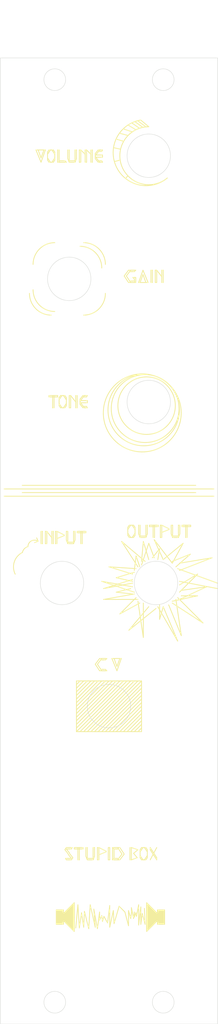
<source format=kicad_pcb>
(kicad_pcb (version 20171130) (host pcbnew "(5.1.9)-1")

  (general
    (thickness 1.6)
    (drawings 531)
    (tracks 0)
    (zones 0)
    (modules 0)
    (nets 1)
  )

  (page A4)
  (layers
    (0 F.Cu signal)
    (31 B.Cu signal)
    (32 B.Adhes user)
    (33 F.Adhes user)
    (34 B.Paste user)
    (35 F.Paste user)
    (36 B.SilkS user)
    (37 F.SilkS user)
    (38 B.Mask user)
    (39 F.Mask user)
    (40 Dwgs.User user)
    (41 Cmts.User user)
    (42 Eco1.User user)
    (43 Eco2.User user)
    (44 Edge.Cuts user)
    (45 Margin user)
    (46 B.CrtYd user)
    (47 F.CrtYd user)
    (48 B.Fab user)
    (49 F.Fab user)
  )

  (setup
    (last_trace_width 0.3)
    (user_trace_width 0.3)
    (user_trace_width 0.6)
    (trace_clearance 0.2)
    (zone_clearance 0.508)
    (zone_45_only no)
    (trace_min 0.2)
    (via_size 0.8)
    (via_drill 0.4)
    (via_min_size 0.4)
    (via_min_drill 0.3)
    (uvia_size 0.3)
    (uvia_drill 0.1)
    (uvias_allowed no)
    (uvia_min_size 0.2)
    (uvia_min_drill 0.1)
    (edge_width 0.05)
    (segment_width 0.2)
    (pcb_text_width 0.3)
    (pcb_text_size 1.5 1.5)
    (mod_edge_width 0.12)
    (mod_text_size 1 1)
    (mod_text_width 0.15)
    (pad_size 1.524 1.524)
    (pad_drill 0.762)
    (pad_to_mask_clearance 0)
    (aux_axis_origin 0 0)
    (visible_elements 7FFFFFFF)
    (pcbplotparams
      (layerselection 0x010fc_ffffffff)
      (usegerberextensions false)
      (usegerberattributes true)
      (usegerberadvancedattributes true)
      (creategerberjobfile true)
      (excludeedgelayer true)
      (linewidth 0.100000)
      (plotframeref false)
      (viasonmask false)
      (mode 1)
      (useauxorigin false)
      (hpglpennumber 1)
      (hpglpenspeed 20)
      (hpglpendiameter 15.000000)
      (psnegative false)
      (psa4output false)
      (plotreference true)
      (plotvalue true)
      (plotinvisibletext false)
      (padsonsilk false)
      (subtractmaskfromsilk false)
      (outputformat 1)
      (mirror false)
      (drillshape 1)
      (scaleselection 1)
      (outputdirectory ""))
  )

  (net 0 "")

  (net_class Default "This is the default net class."
    (clearance 0.2)
    (trace_width 0.3)
    (via_dia 0.8)
    (via_drill 0.4)
    (uvia_dia 0.3)
    (uvia_drill 0.1)
  )

  (net_class Power ""
    (clearance 0.2)
    (trace_width 0.6)
    (via_dia 0.8)
    (via_drill 0.4)
    (uvia_dia 0.3)
    (uvia_drill 0.1)
  )

  (gr_arc (start 73.5 53.5) (end 76.5 53.5) (angle -90) (layer F.SilkS) (width 0.12) (tstamp 612012AA))
  (gr_arc (start 69.5 53.5) (end 69.5 50.5) (angle -90) (layer F.SilkS) (width 0.12) (tstamp 612012AA))
  (gr_arc (start 73.5 57.5) (end 73.5 60.5) (angle -90) (layer F.SilkS) (width 0.12) (tstamp 612012AA))
  (gr_arc (start 69 57.5) (end 66 57.5) (angle -90) (layer F.SilkS) (width 0.12) (tstamp 612012AA))
  (gr_arc (start 73 54) (end 76 54) (angle -90) (layer F.SilkS) (width 0.12) (tstamp 612012AA))
  (gr_arc (start 69.5 57) (end 66.5 57) (angle -90) (layer F.SilkS) (width 0.12))
  (gr_line (start 65 84) (end 89 84) (layer F.SilkS) (width 0.12))
  (gr_line (start 62.5 84.5) (end 91.5 84.5) (layer F.SilkS) (width 0.12))
  (gr_line (start 65 85) (end 89 85) (layer F.SilkS) (width 0.12))
  (gr_line (start 62.5 85.5) (end 91.5 85.5) (layer F.SilkS) (width 0.12))
  (gr_line (start 82 42.5) (end 82 42.6) (layer F.SilkS) (width 0.12))
  (gr_line (start 79.6 41.3) (end 79.3 41.6) (layer F.SilkS) (width 0.12))
  (gr_line (start 78.5 39.1) (end 77.8 39.3) (layer F.SilkS) (width 0.12))
  (gr_line (start 78.6 37.6) (end 77.7 37.4) (layer F.SilkS) (width 0.12))
  (gr_line (start 79 36.5) (end 78 36.2) (layer F.SilkS) (width 0.12))
  (gr_line (start 79.6 35.7) (end 78.5 35.4) (layer F.SilkS) (width 0.12))
  (gr_line (start 80.2 35.2) (end 79 34.8) (layer F.SilkS) (width 0.12))
  (gr_line (start 80.7 34.9) (end 79.7 34.3) (layer F.SilkS) (width 0.12))
  (gr_line (start 81.2 34.7) (end 80.2 34) (layer F.SilkS) (width 0.12))
  (gr_line (start 81.7 34.6) (end 80.6 33.8) (layer F.SilkS) (width 0.12))
  (gr_line (start 82.1 34.5) (end 81 33.7) (layer F.SilkS) (width 0.12))
  (gr_line (start 82.5 34.5) (end 81.386612 33.571173) (layer F.SilkS) (width 0.12) (tstamp 6120120D))
  (gr_arc (start 82.136612 38.071173) (end 81.386612 33.571173) (angle -210.4014533) (layer F.SilkS) (width 0.12) (tstamp 612011FE))
  (gr_arc (start 82.5 38.5) (end 82.5 34.5) (angle -219.8055711) (layer F.SilkS) (width 0.12))
  (gr_circle (center 81.6 74) (end 83.6 79) (layer F.SilkS) (width 0.12))
  (gr_circle (center 81.8 73.6) (end 83.6 78.2) (layer F.SilkS) (width 0.12))
  (gr_circle (center 82 73.4) (end 85 77) (layer F.SilkS) (width 0.12))
  (gr_circle (center 82.2 73) (end 84.8 76) (layer F.SilkS) (width 0.12))
  (gr_arc (start 66.028108 95.262777) (end 65.028109 93.262778) (angle -90) (layer F.SilkS) (width 0.12))
  (gr_line (start 67.190253 91.714932) (end 66.725321 91.905185) (layer F.SilkS) (width 0.12) (tstamp 61200F23))
  (gr_line (start 67.190253 91.714932) (end 67 91.25) (layer F.SilkS) (width 0.12))
  (gr_arc (start 66.690254 92.464931) (end 67.190253 91.714932) (angle -123.6900675) (layer F.SilkS) (width 0.12))
  (gr_arc (start 66.038867 93.46493) (end 65.788868 92.464931) (angle -64.65382406) (layer F.SilkS) (width 0.12))
  (gr_line (start 87.25 92) (end 85.75 94.75) (layer F.SilkS) (width 0.12) (tstamp 61200F12))
  (gr_line (start 84.5 94.25) (end 87.25 92) (layer F.SilkS) (width 0.12))
  (gr_line (start 82.5 92) (end 81.5 95) (layer F.SilkS) (width 0.12))
  (gr_line (start 83.25 94) (end 82.5 92) (layer F.SilkS) (width 0.12))
  (gr_line (start 83.25 91.5) (end 84.5 94.25) (layer F.SilkS) (width 0.12))
  (gr_line (start 85.75 94.75) (end 83.25 91.5) (layer F.SilkS) (width 0.12))
  (gr_line (start 84 92.75) (end 83.75 94.25) (layer F.SilkS) (width 0.12))
  (gr_line (start 83 94) (end 84 92.75) (layer F.SilkS) (width 0.12))
  (gr_line (start 81.75 91.75) (end 82.5 94.25) (layer F.SilkS) (width 0.12))
  (gr_line (start 81.5 94.5) (end 81.75 91.75) (layer F.SilkS) (width 0.12))
  (gr_line (start 78.75 91.75) (end 81 95.25) (layer F.SilkS) (width 0.12))
  (gr_line (start 82 94.5) (end 78.75 91.75) (layer F.SilkS) (width 0.12))
  (gr_line (start 80.75 93.75) (end 80.5 95.75) (layer F.SilkS) (width 0.12))
  (gr_line (start 81.25 95.25) (end 80.75 93.75) (layer F.SilkS) (width 0.12))
  (gr_line (start 78 96.75) (end 80.25 97.25) (layer F.SilkS) (width 0.12))
  (gr_line (start 80.5 96) (end 78 96.75) (layer F.SilkS) (width 0.12))
  (gr_line (start 76.25 98.25) (end 80.25 97.5) (layer F.SilkS) (width 0.12))
  (gr_line (start 80.25 97) (end 76.25 98.25) (layer F.SilkS) (width 0.12))
  (gr_line (start 77 95.25) (end 80.25 96.25) (layer F.SilkS) (width 0.12))
  (gr_line (start 80.75 95.5) (end 77 95.25) (layer F.SilkS) (width 0.12))
  (gr_line (start 88.25 93.5) (end 85.75 94.5) (layer F.SilkS) (width 0.12))
  (gr_line (start 86.25 95.25) (end 88.25 93.5) (layer F.SilkS) (width 0.12))
  (gr_line (start 92 98.25) (end 86.75 97.25) (layer F.SilkS) (width 0.12))
  (gr_line (start 86.5 95.5) (end 92 97.5) (layer F.SilkS) (width 0.12))
  (gr_line (start 91.25 94) (end 86.75 95.75) (layer F.SilkS) (width 0.12))
  (gr_line (start 86.75 94.75) (end 91.25 94) (layer F.SilkS) (width 0.12))
  (gr_line (start 78 98.75) (end 80.25 99) (layer F.SilkS) (width 0.12))
  (gr_line (start 80 98.25) (end 78 98.75) (layer F.SilkS) (width 0.12))
  (gr_line (start 76 97.25) (end 80.25 98) (layer F.SilkS) (width 0.12))
  (gr_line (start 80.5 98.75) (end 76 97.25) (layer F.SilkS) (width 0.12))
  (gr_line (start 89.25 96.25) (end 86.75 97.75) (layer F.SilkS) (width 0.12))
  (gr_line (start 86.75 98.75) (end 89.25 96.25) (layer F.SilkS) (width 0.12))
  (gr_line (start 76.25 99.75) (end 80.5 99) (layer F.SilkS) (width 0.12))
  (gr_line (start 81 99.75) (end 76.25 99.75) (layer F.SilkS) (width 0.12))
  (gr_line (start 78.5 101.75) (end 80.75 99.5) (layer F.SilkS) (width 0.12))
  (gr_line (start 81.25 100.25) (end 78.5 101.75) (layer F.SilkS) (width 0.12))
  (gr_line (start 89.25 99.25) (end 85.75 100) (layer F.SilkS) (width 0.12))
  (gr_line (start 87 99.25) (end 89.25 99.25) (layer F.SilkS) (width 0.12))
  (gr_line (start 90.5 98) (end 86.75 99.75) (layer F.SilkS) (width 0.12))
  (gr_line (start 87 98.5) (end 90.5 98) (layer F.SilkS) (width 0.12))
  (gr_line (start 87 104.75) (end 85.25 100.5) (layer F.SilkS) (width 0.12))
  (gr_line (start 86.25 99.75) (end 87 104.75) (layer F.SilkS) (width 0.12))
  (gr_line (start 90 103) (end 86.5 99.5) (layer F.SilkS) (width 0.12))
  (gr_line (start 85.75 100.25) (end 90 103) (layer F.SilkS) (width 0.12))
  (gr_line (start 81.75 105) (end 81.75 100.25) (layer F.SilkS) (width 0.12))
  (gr_line (start 81 100) (end 81.75 105) (layer F.SilkS) (width 0.12))
  (gr_line (start 79.75 104) (end 82.5 100.75) (layer F.SilkS) (width 0.12))
  (gr_line (start 83.5 101) (end 79.75 104) (layer F.SilkS) (width 0.12))
  (gr_line (start 84 102.5) (end 84 100.5) (layer F.SilkS) (width 0.12))
  (gr_line (start 84.5 100.75) (end 84 102.5) (layer F.SilkS) (width 0.12))
  (gr_line (start 86.5 105.5) (end 84.5 100.75) (layer F.SilkS) (width 0.12))
  (gr_line (start 83.75 100.75) (end 86.5 105.5) (layer F.SilkS) (width 0.12))
  (gr_line (start 74 135.5) (end 74.8 135.5) (layer F.SilkS) (width 0.12) (tstamp 61200D4E))
  (gr_line (start 71.3 91.85) (end 72.1 91.85) (layer F.SilkS) (width 0.12))
  (gr_line (start 78.8 134.9) (end 78.2 134) (layer F.SilkS) (width 0.12) (tstamp 61200E3A))
  (gr_line (start 78.2 135.7) (end 78.8 134.9) (layer F.SilkS) (width 0.12) (tstamp 61200E39))
  (gr_line (start 83.6 134) (end 82.7 135.7) (layer F.SilkS) (width 0.12))
  (gr_line (start 82.7 134) (end 83.6 135.4) (layer F.SilkS) (width 0.12) (tstamp 61200E9D))
  (gr_line (start 83.6 135.7) (end 83.6 135.4) (layer F.SilkS) (width 0.12))
  (gr_line (start 82.7 134.3) (end 83.6 135.7) (layer F.SilkS) (width 0.12))
  (gr_line (start 82.7 134) (end 82.7 134.3) (layer F.SilkS) (width 0.12))
  (gr_line (start 81 134.3) (end 80.1 134) (layer F.SilkS) (width 0.12) (tstamp 61200E99))
  (gr_line (start 80.4 134.8) (end 81 134.3) (layer F.SilkS) (width 0.12))
  (gr_line (start 80.9 135.4) (end 80.4 134.8) (layer F.SilkS) (width 0.12))
  (gr_line (start 80.1 135.7) (end 80.9 135.4) (layer F.SilkS) (width 0.12))
  (gr_line (start 80.1 134) (end 80.1 135.7) (layer F.SilkS) (width 0.12) (tstamp 61200E94))
  (gr_line (start 79.9 135.7) (end 79.9 134) (layer F.SilkS) (width 0.12) (tstamp 61200E93))
  (gr_line (start 79.9 134) (end 80.1 134) (layer F.SilkS) (width 0.12) (tstamp 61200E92))
  (gr_line (start 79.9 135.7) (end 80.1 135.7) (layer F.SilkS) (width 0.12) (tstamp 61200E91))
  (gr_line (start 81.5 135.7) (end 81.3 135.4) (layer F.SilkS) (width 0.12) (tstamp 61200E83))
  (gr_line (start 82.3 135.4) (end 82.3 134.3) (layer F.SilkS) (width 0.12) (tstamp 61200E82))
  (gr_line (start 82.1 135.7) (end 81.5 135.7) (layer F.SilkS) (width 0.12) (tstamp 61200E81))
  (gr_line (start 82.1 134) (end 82.3 134.3) (layer F.SilkS) (width 0.12) (tstamp 61200E80))
  (gr_line (start 81.5 134) (end 82.1 134) (layer F.SilkS) (width 0.12) (tstamp 61200E7F))
  (gr_line (start 81.9 134) (end 82.3 134.6) (layer F.SilkS) (width 0.12) (tstamp 61200E7E))
  (gr_line (start 82.3 135.1) (end 81.9 135.7) (layer F.SilkS) (width 0.12) (tstamp 61200E7D))
  (gr_line (start 81.3 134.6) (end 81.7 134) (layer F.SilkS) (width 0.12) (tstamp 61200E7C))
  (gr_line (start 81.3 134.3) (end 81.3 135.4) (layer F.SilkS) (width 0.12) (tstamp 61200E7B))
  (gr_line (start 81.3 134.3) (end 81.5 134) (layer F.SilkS) (width 0.12) (tstamp 61200E7A))
  (gr_line (start 82.3 135.4) (end 82.1 135.7) (layer F.SilkS) (width 0.12) (tstamp 61200E79))
  (gr_line (start 81.3 135.1) (end 81.7 135.7) (layer F.SilkS) (width 0.12) (tstamp 61200E78))
  (gr_line (start 77.7 134.2) (end 77.7 135.5) (layer F.SilkS) (width 0.12) (tstamp 61200E5E))
  (gr_line (start 77.5 134) (end 77.5 135.7) (layer F.SilkS) (width 0.12) (tstamp 61200E5D))
  (gr_line (start 78.3 134.2) (end 77.7 134.2) (layer F.SilkS) (width 0.12) (tstamp 61200E3E))
  (gr_line (start 77.7 134.2) (end 77.5 134) (layer F.SilkS) (width 0.12) (tstamp 61200E3D))
  (gr_line (start 78.3 135.5) (end 77.7 135.5) (layer F.SilkS) (width 0.12) (tstamp 61200E3C))
  (gr_line (start 77.7 135.5) (end 77.5 135.7) (layer F.SilkS) (width 0.12) (tstamp 61200E3B))
  (gr_line (start 77.5 135.7) (end 78.5 135.7) (layer F.SilkS) (width 0.12) (tstamp 61200E38))
  (gr_line (start 78.5 135.7) (end 79.1 134.9) (layer F.SilkS) (width 0.12) (tstamp 61200E37))
  (gr_line (start 78.5 134) (end 77.5 134) (layer F.SilkS) (width 0.12) (tstamp 61200E36))
  (gr_line (start 79.1 134.9) (end 78.5 134) (layer F.SilkS) (width 0.12) (tstamp 61200E35))
  (gr_line (start 71.1 134) (end 70.9 134.3) (layer F.SilkS) (width 0.12) (tstamp 61200E34))
  (gr_line (start 72 135.4) (end 71.8 135.7) (layer F.SilkS) (width 0.12) (tstamp 61200E33))
  (gr_line (start 71.4 135) (end 71.3 134.8) (layer F.SilkS) (width 0.12) (tstamp 61200E32))
  (gr_line (start 71.6 134.9) (end 71.5 134.7) (layer F.SilkS) (width 0.12) (tstamp 61200E31))
  (gr_line (start 72 135.4) (end 71.6 134.9) (layer F.SilkS) (width 0.12))
  (gr_line (start 70.9 134.3) (end 71.3 134.8) (layer F.SilkS) (width 0.12))
  (gr_line (start 71.1 134.2) (end 71.5 134.7) (layer F.SilkS) (width 0.12))
  (gr_line (start 71.8 135.5) (end 71.4 135) (layer F.SilkS) (width 0.12))
  (gr_line (start 71.8 135.7) (end 71.1 135.7) (layer F.SilkS) (width 0.12) (tstamp 61200DFB))
  (gr_line (start 71.8 135.5) (end 71 135.5) (layer F.SilkS) (width 0.12) (tstamp 61200DFA))
  (gr_line (start 71 135.5) (end 71.1 135.7) (layer F.SilkS) (width 0.12) (tstamp 61200DF9))
  (gr_line (start 71.8 134.2) (end 71.1 134.2) (layer F.SilkS) (width 0.12))
  (gr_line (start 71.9 134) (end 71.8 134.2) (layer F.SilkS) (width 0.12))
  (gr_line (start 71.9 134) (end 71.1 134) (layer F.SilkS) (width 0.12))
  (gr_line (start 77.1 134) (end 77.1 135.7) (layer F.SilkS) (width 0.12) (tstamp 61200D69))
  (gr_line (start 76.9 135.7) (end 76.9 134) (layer F.SilkS) (width 0.12) (tstamp 61200D68))
  (gr_line (start 76.9 134) (end 77.1 134) (layer F.SilkS) (width 0.12) (tstamp 61200D67))
  (gr_line (start 75.6 134) (end 76.6 134.5) (layer F.SilkS) (width 0.12) (tstamp 61200D65))
  (gr_line (start 75.6 134) (end 75.6 135.7) (layer F.SilkS) (width 0.12) (tstamp 61200D64))
  (gr_line (start 75.4 135.7) (end 75.6 135.7) (layer F.SilkS) (width 0.12) (tstamp 61200D63))
  (gr_line (start 75.4 134) (end 75.6 134) (layer F.SilkS) (width 0.12) (tstamp 61200D60))
  (gr_line (start 76.6 134.5) (end 76.6 134.6) (layer F.SilkS) (width 0.12) (tstamp 61200D5F))
  (gr_line (start 75.4 135.7) (end 75.4 134) (layer F.SilkS) (width 0.12) (tstamp 61200D5E))
  (gr_line (start 76.6 134.6) (end 75.6 135) (layer F.SilkS) (width 0.12) (tstamp 61200D5D))
  (gr_line (start 76.9 135.7) (end 77.1 135.7) (layer F.SilkS) (width 0.12) (tstamp 61200D59))
  (gr_line (start 72.9 134.2) (end 73.4 134.2) (layer F.SilkS) (width 0.12) (tstamp 61200D53))
  (gr_line (start 73.4 134.2) (end 73.4 134) (layer F.SilkS) (width 0.12) (tstamp 61200D52))
  (gr_line (start 73.4 134) (end 72.9 134) (layer F.SilkS) (width 0.12) (tstamp 61200D51))
  (gr_line (start 74 134) (end 74 135.7) (layer F.SilkS) (width 0.12) (tstamp 61200D50))
  (gr_line (start 72.7 134) (end 72.9 134) (layer F.SilkS) (width 0.12) (tstamp 61200D4F))
  (gr_line (start 74 135.7) (end 74.8 135.7) (layer F.SilkS) (width 0.12) (tstamp 61200D4D))
  (gr_line (start 73.8 135.2) (end 73.8 134) (layer F.SilkS) (width 0.12) (tstamp 61200D4C))
  (gr_line (start 73.8 135.2) (end 74 135.7) (layer F.SilkS) (width 0.12) (tstamp 61200D4B))
  (gr_line (start 72.7 135.7) (end 72.7 134) (layer F.SilkS) (width 0.12) (tstamp 61200D49))
  (gr_line (start 75 135.2) (end 74.8 135.7) (layer F.SilkS) (width 0.12) (tstamp 61200D48))
  (gr_line (start 72.7 134.2) (end 72.9 134.2) (layer F.SilkS) (width 0.12) (tstamp 61200D47))
  (gr_line (start 72.7 134) (end 72.2 134) (layer F.SilkS) (width 0.12) (tstamp 61200D46))
  (gr_line (start 72.9 134) (end 72.9 135.7) (layer F.SilkS) (width 0.12) (tstamp 61200D45))
  (gr_line (start 74.8 134) (end 75 134) (layer F.SilkS) (width 0.12) (tstamp 61200D44))
  (gr_line (start 74.8 135.7) (end 74.8 134) (layer F.SilkS) (width 0.12) (tstamp 61200D43))
  (gr_line (start 72.2 134.2) (end 72.7 134.2) (layer F.SilkS) (width 0.12) (tstamp 61200D42))
  (gr_line (start 72.2 134) (end 72.2 134.2) (layer F.SilkS) (width 0.12) (tstamp 61200D41))
  (gr_line (start 72.7 135.7) (end 72.9 135.7) (layer F.SilkS) (width 0.12) (tstamp 61200D40))
  (gr_line (start 75 134) (end 75 135.2) (layer F.SilkS) (width 0.12) (tstamp 61200D3F))
  (gr_line (start 73.8 134) (end 74 134) (layer F.SilkS) (width 0.12) (tstamp 61200D3E))
  (gr_line (start 81.5 117.5) (end 81 118) (layer F.SilkS) (width 0.12))
  (gr_line (start 81.5 117) (end 80.5 118) (layer F.SilkS) (width 0.12))
  (gr_line (start 81.5 116.5) (end 80 118) (layer F.SilkS) (width 0.12))
  (gr_line (start 81.5 116) (end 79.5 118) (layer F.SilkS) (width 0.12))
  (gr_line (start 79 118) (end 81.5 115.5) (layer F.SilkS) (width 0.12))
  (gr_line (start 81.5 115) (end 78.5 118) (layer F.SilkS) (width 0.12))
  (gr_line (start 78 118) (end 81.5 114.5) (layer F.SilkS) (width 0.12))
  (gr_line (start 81.5 114) (end 77.5 118) (layer F.SilkS) (width 0.12))
  (gr_line (start 77 118) (end 81.5 113.5) (layer F.SilkS) (width 0.12))
  (gr_line (start 81.5 113) (end 76.5 118) (layer F.SilkS) (width 0.12))
  (gr_line (start 76 118) (end 81.5 112.5) (layer F.SilkS) (width 0.12))
  (gr_line (start 81.5 112) (end 75.5 118) (layer F.SilkS) (width 0.12))
  (gr_line (start 75 118) (end 81.5 111.5) (layer F.SilkS) (width 0.12))
  (gr_line (start 81.5 111) (end 74.5 118) (layer F.SilkS) (width 0.12))
  (gr_line (start 74 118) (end 81 111) (layer F.SilkS) (width 0.12))
  (gr_line (start 80.5 111) (end 73.5 118) (layer F.SilkS) (width 0.12))
  (gr_line (start 73 118) (end 80 111) (layer F.SilkS) (width 0.12))
  (gr_line (start 72.5 118) (end 73 118) (layer F.SilkS) (width 0.12))
  (gr_line (start 79.5 111) (end 72.5 118) (layer F.SilkS) (width 0.12) (tstamp 61200CAD))
  (gr_line (start 73 111) (end 72.5 111.5) (layer F.SilkS) (width 0.12))
  (gr_line (start 72.5 117.5) (end 79 111) (layer F.SilkS) (width 0.12))
  (gr_line (start 78.5 111) (end 72.5 117) (layer F.SilkS) (width 0.12))
  (gr_line (start 78 111) (end 72.5 116.5) (layer F.SilkS) (width 0.12))
  (gr_line (start 77.5 111) (end 72.5 116) (layer F.SilkS) (width 0.12))
  (gr_line (start 77 111) (end 72.5 115.5) (layer F.SilkS) (width 0.12))
  (gr_line (start 76.5 111) (end 72.5 115) (layer F.SilkS) (width 0.12))
  (gr_line (start 76 111) (end 72.5 114.5) (layer F.SilkS) (width 0.12))
  (gr_line (start 75.5 111) (end 72.5 114) (layer F.SilkS) (width 0.12))
  (gr_line (start 75 111) (end 72.5 113.5) (layer F.SilkS) (width 0.12))
  (gr_line (start 74.5 111) (end 72.5 113) (layer F.SilkS) (width 0.12))
  (gr_line (start 72.5 112.5) (end 74 111) (layer F.SilkS) (width 0.12))
  (gr_line (start 73.5 111) (end 72.5 112) (layer F.SilkS) (width 0.12))
  (gr_line (start 72.5 118) (end 72.5 111) (layer F.SilkS) (width 0.12) (tstamp 61200CAC))
  (gr_line (start 81.5 118) (end 72.5 118) (layer F.SilkS) (width 0.12))
  (gr_line (start 81.5 111) (end 81.5 118) (layer F.SilkS) (width 0.12))
  (gr_line (start 72.5 111) (end 81.5 111) (layer F.SilkS) (width 0.12))
  (gr_line (start 73.9 37.7) (end 74.5 38.3) (layer F.SilkS) (width 0.12))
  (gr_line (start 73.1 37.7) (end 73.7 38.3) (layer F.SilkS) (width 0.12))
  (gr_line (start 74.7 37.7) (end 74.7 39.4) (layer F.SilkS) (width 0.12) (tstamp 61200935))
  (gr_line (start 74.5 39.4) (end 74.5 37.7) (layer F.SilkS) (width 0.12) (tstamp 61200934))
  (gr_line (start 74.5 37.7) (end 74.7 37.7) (layer F.SilkS) (width 0.12) (tstamp 61200933))
  (gr_line (start 74.5 39.4) (end 74.7 39.4) (layer F.SilkS) (width 0.12) (tstamp 61200932))
  (gr_line (start 73.9 37.7) (end 73.9 39.4) (layer F.SilkS) (width 0.12) (tstamp 61200935))
  (gr_line (start 73.7 39.4) (end 73.7 37.7) (layer F.SilkS) (width 0.12) (tstamp 61200934))
  (gr_line (start 73.7 37.7) (end 73.9 37.7) (layer F.SilkS) (width 0.12) (tstamp 61200933))
  (gr_line (start 73.7 39.4) (end 73.9 39.4) (layer F.SilkS) (width 0.12) (tstamp 61200932))
  (gr_line (start 73.1 37.7) (end 73.1 39.4) (layer F.SilkS) (width 0.12) (tstamp 61200935))
  (gr_line (start 72.9 39.4) (end 72.9 37.7) (layer F.SilkS) (width 0.12) (tstamp 61200934))
  (gr_line (start 72.9 37.7) (end 73.1 37.7) (layer F.SilkS) (width 0.12) (tstamp 61200933))
  (gr_line (start 72.9 39.4) (end 73.1 39.4) (layer F.SilkS) (width 0.12) (tstamp 61200932))
  (gr_line (start 70.9 39.2) (end 70.1 39.2) (layer F.SilkS) (width 0.12))
  (gr_line (start 71.1 39.4) (end 70.9 39.2) (layer F.SilkS) (width 0.12))
  (gr_line (start 70.1 39.4) (end 71.1 39.4) (layer F.SilkS) (width 0.12))
  (gr_line (start 70.1 37.7) (end 70.1 39.4) (layer F.SilkS) (width 0.12) (tstamp 61200935))
  (gr_line (start 69.9 39.4) (end 69.9 37.7) (layer F.SilkS) (width 0.12) (tstamp 61200934))
  (gr_line (start 69.9 37.7) (end 70.1 37.7) (layer F.SilkS) (width 0.12) (tstamp 61200933))
  (gr_line (start 69.9 39.4) (end 70.1 39.4) (layer F.SilkS) (width 0.12) (tstamp 61200932))
  (gr_line (start 71.5 37.7) (end 71.5 39.4) (layer F.SilkS) (width 0.12) (tstamp 61200915))
  (gr_line (start 71.5 39.2) (end 72.3 39.2) (layer F.SilkS) (width 0.12) (tstamp 61200914))
  (gr_line (start 71.5 39.4) (end 72.3 39.4) (layer F.SilkS) (width 0.12) (tstamp 61200913))
  (gr_line (start 71.3 38.9) (end 71.3 37.7) (layer F.SilkS) (width 0.12) (tstamp 61200912))
  (gr_line (start 71.3 38.9) (end 71.5 39.4) (layer F.SilkS) (width 0.12) (tstamp 61200911))
  (gr_line (start 72.5 38.9) (end 72.3 39.4) (layer F.SilkS) (width 0.12) (tstamp 61200910))
  (gr_line (start 72.3 37.7) (end 72.5 37.7) (layer F.SilkS) (width 0.12) (tstamp 6120090F))
  (gr_line (start 72.3 39.4) (end 72.3 37.7) (layer F.SilkS) (width 0.12) (tstamp 6120090E))
  (gr_line (start 72.5 37.7) (end 72.5 38.9) (layer F.SilkS) (width 0.12) (tstamp 6120090D))
  (gr_line (start 71.3 37.7) (end 71.5 37.7) (layer F.SilkS) (width 0.12) (tstamp 6120090C))
  (gr_line (start 69.3 37.7) (end 69.5 38) (layer F.SilkS) (width 0.12) (tstamp 612008E4))
  (gr_line (start 68.7 39.4) (end 68.5 39.1) (layer F.SilkS) (width 0.12) (tstamp 612008E3))
  (gr_line (start 69.5 39.1) (end 69.5 38) (layer F.SilkS) (width 0.12) (tstamp 612008E2))
  (gr_line (start 69.3 39.4) (end 68.7 39.4) (layer F.SilkS) (width 0.12) (tstamp 612008E1))
  (gr_line (start 76.1 38.6) (end 76.1 38.7) (layer F.SilkS) (width 0.12) (tstamp 612008E0))
  (gr_line (start 75.7 37.7) (end 75.1 38.5) (layer F.SilkS) (width 0.12) (tstamp 612008DF))
  (gr_line (start 75.9 38.4) (end 76.1 38.4) (layer F.SilkS) (width 0.12) (tstamp 612008DE))
  (gr_line (start 76 37.9) (end 76.1 37.7) (layer F.SilkS) (width 0.12) (tstamp 612008DD))
  (gr_line (start 76.1 38.7) (end 75.2 38.7) (layer F.SilkS) (width 0.12) (tstamp 612008DC))
  (gr_line (start 76 39.2) (end 76.1 39.4) (layer F.SilkS) (width 0.12) (tstamp 612008DB))
  (gr_line (start 75.7 39.4) (end 75.1 38.6) (layer F.SilkS) (width 0.12) (tstamp 612008DA))
  (gr_line (start 75.2 38.4) (end 75.9 38.4) (layer F.SilkS) (width 0.12) (tstamp 612008D9))
  (gr_line (start 75.6 37.9) (end 76 37.9) (layer F.SilkS) (width 0.12) (tstamp 612008D8))
  (gr_line (start 76.1 38.4) (end 76.1 38.6) (layer F.SilkS) (width 0.12) (tstamp 612008D7))
  (gr_line (start 75.6 39.2) (end 76 39.2) (layer F.SilkS) (width 0.12) (tstamp 612008D6))
  (gr_line (start 68.5 38) (end 68.7 37.7) (layer F.SilkS) (width 0.12) (tstamp 612008D5))
  (gr_line (start 68.7 37.7) (end 69.3 37.7) (layer F.SilkS) (width 0.12) (tstamp 612008D4))
  (gr_line (start 69.5 38.8) (end 69.1 39.4) (layer F.SilkS) (width 0.12) (tstamp 612008D3))
  (gr_line (start 68.5 38.3) (end 68.9 37.7) (layer F.SilkS) (width 0.12) (tstamp 612008D2))
  (gr_line (start 68.5 38.8) (end 68.9 39.4) (layer F.SilkS) (width 0.12) (tstamp 612008D1))
  (gr_line (start 69.1 37.7) (end 69.5 38.3) (layer F.SilkS) (width 0.12) (tstamp 612008D0))
  (gr_line (start 68.5 38) (end 68.5 39.1) (layer F.SilkS) (width 0.12) (tstamp 612008CF))
  (gr_line (start 69.5 39.1) (end 69.3 39.4) (layer F.SilkS) (width 0.12) (tstamp 612008CE))
  (gr_line (start 75.5 39.4) (end 76.1 39.4) (layer F.SilkS) (width 0.12) (tstamp 612008CD))
  (gr_line (start 75.1 38.9) (end 75.5 39.4) (layer F.SilkS) (width 0.12) (tstamp 612008C9))
  (gr_line (start 75.1 38.2) (end 75.1 38.9) (layer F.SilkS) (width 0.12) (tstamp 612008C6))
  (gr_line (start 75.5 37.7) (end 76.1 37.7) (layer F.SilkS) (width 0.12) (tstamp 612008C4))
  (gr_line (start 75.1 38.2) (end 75.5 37.7) (layer F.SilkS) (width 0.12) (tstamp 612008C3))
  (gr_line (start 67.2 37.7) (end 67.6 38.8) (layer F.SilkS) (width 0.12) (tstamp 612008B8))
  (gr_line (start 66.9 37.7) (end 67.6 39.4) (layer F.SilkS) (width 0.12) (tstamp 612008B7))
  (gr_line (start 67.6 38.8) (end 68 37.7) (layer F.SilkS) (width 0.12) (tstamp 612008B6))
  (gr_line (start 67.6 39.4) (end 68.2 37.7) (layer F.SilkS) (width 0.12) (tstamp 612008B5))
  (gr_line (start 68.2 37.7) (end 66.9 37.7) (layer F.SilkS) (width 0.12) (tstamp 612008B4))
  (gr_line (start 80.5 55.5) (end 80.5 55.8) (layer F.SilkS) (width 0.12) (tstamp 612008B3))
  (gr_line (start 80.3 55.3) (end 80.5 55.5) (layer F.SilkS) (width 0.12))
  (gr_line (start 80.7 55.3) (end 80.3 55.3) (layer F.SilkS) (width 0.12))
  (gr_line (start 80.7 56) (end 80.7 55.3) (layer F.SilkS) (width 0.12))
  (gr_line (start 79.9 55.8) (end 80.5 55.8) (layer F.SilkS) (width 0.12) (tstamp 612008A7))
  (gr_line (start 80.5 55.8) (end 80.7 56) (layer F.SilkS) (width 0.12) (tstamp 612008A6))
  (gr_line (start 79.9 54.5) (end 80.5 54.5) (layer F.SilkS) (width 0.12) (tstamp 612008A5))
  (gr_line (start 80.5 54.5) (end 80.7 54.3) (layer F.SilkS) (width 0.12) (tstamp 612008A4))
  (gr_line (start 79.4 55.1) (end 80 56) (layer F.SilkS) (width 0.12) (tstamp 612008A3))
  (gr_line (start 80 54.3) (end 79.4 55.1) (layer F.SilkS) (width 0.12) (tstamp 612008A2))
  (gr_line (start 80.7 54.3) (end 79.7 54.3) (layer F.SilkS) (width 0.12) (tstamp 612008A1))
  (gr_line (start 79.7 54.3) (end 79.1 55.1) (layer F.SilkS) (width 0.12) (tstamp 612008A0))
  (gr_line (start 79.7 56) (end 80.7 56) (layer F.SilkS) (width 0.12) (tstamp 6120089F))
  (gr_line (start 79.1 55.1) (end 79.7 56) (layer F.SilkS) (width 0.12) (tstamp 6120089E))
  (gr_line (start 82.1 56) (end 81.7 54.9) (layer F.SilkS) (width 0.12) (tstamp 612007EC))
  (gr_line (start 82.4 56) (end 81.7 54.3) (layer F.SilkS) (width 0.12) (tstamp 612007EB))
  (gr_line (start 81.7 54.9) (end 81.3 56) (layer F.SilkS) (width 0.12) (tstamp 612007EA))
  (gr_line (start 81.7 54.3) (end 81.1 56) (layer F.SilkS) (width 0.12) (tstamp 612007E9))
  (gr_line (start 81.1 56) (end 82.4 56) (layer F.SilkS) (width 0.12) (tstamp 612007E8))
  (gr_line (start 73.9 71.8) (end 74 71.6) (layer F.SilkS) (width 0.12) (tstamp 61201051))
  (gr_line (start 73.5 71.8) (end 73.9 71.8) (layer F.SilkS) (width 0.12) (tstamp 61201060))
  (gr_line (start 73.9 73.1) (end 74 73.3) (layer F.SilkS) (width 0.12) (tstamp 61201057))
  (gr_line (start 73.5 73.1) (end 73.9 73.1) (layer F.SilkS) (width 0.12) (tstamp 61201066))
  (gr_line (start 74 72.6) (end 73.1 72.6) (layer F.SilkS) (width 0.12) (tstamp 61201054))
  (gr_line (start 74 72.5) (end 74 72.6) (layer F.SilkS) (width 0.12) (tstamp 61201048))
  (gr_line (start 74 72.3) (end 74 72.5) (layer F.SilkS) (width 0.12) (tstamp 61201063))
  (gr_line (start 73.8 72.3) (end 74 72.3) (layer F.SilkS) (width 0.12) (tstamp 6120104E))
  (gr_line (start 73.1 72.3) (end 73.8 72.3) (layer F.SilkS) (width 0.12) (tstamp 6120105D))
  (gr_line (start 73.6 73.3) (end 73 72.5) (layer F.SilkS) (width 0.12) (tstamp 6120105A))
  (gr_line (start 73.6 71.6) (end 73 72.4) (layer F.SilkS) (width 0.12) (tstamp 6120104B))
  (gr_line (start 73.4 71.6) (end 74 71.6) (layer F.SilkS) (width 0.12) (tstamp 612010A2))
  (gr_line (start 73 72.1) (end 73.4 71.6) (layer F.SilkS) (width 0.12) (tstamp 612010A5))
  (gr_line (start 73.4 73.3) (end 74 73.3) (layer F.SilkS) (width 0.12) (tstamp 61201087))
  (gr_line (start 73 72.8) (end 73.4 73.3) (layer F.SilkS) (width 0.12) (tstamp 61201093))
  (gr_line (start 73 72.1) (end 73 72.8) (layer F.SilkS) (width 0.12) (tstamp 6120109C))
  (gr_line (start 71.7 71.6) (end 72.4 72.5) (layer F.SilkS) (width 0.12) (tstamp 6120108A))
  (gr_line (start 71.5 73.3) (end 71.5 71.6) (layer F.SilkS) (width 0.12) (tstamp 612010A8))
  (gr_line (start 71.7 71.6) (end 71.7 73.3) (layer F.SilkS) (width 0.12) (tstamp 61201096))
  (gr_line (start 71.5 71.6) (end 71.7 71.6) (layer F.SilkS) (width 0.12) (tstamp 612010AB))
  (gr_line (start 72.4 71.6) (end 72.6 71.6) (layer F.SilkS) (width 0.12) (tstamp 6120109F))
  (gr_line (start 72.6 71.6) (end 72.6 73.3) (layer F.SilkS) (width 0.12) (tstamp 612010AE))
  (gr_line (start 71.5 73.3) (end 71.7 73.3) (layer F.SilkS) (width 0.12) (tstamp 61201099))
  (gr_line (start 72.4 72.5) (end 72.4 71.6) (layer F.SilkS) (width 0.12) (tstamp 61201090))
  (gr_line (start 72.6 73.3) (end 72.4 73.3) (layer F.SilkS) (width 0.12) (tstamp 6120108D))
  (gr_line (start 72.4 73.3) (end 72.4 72.5) (layer F.SilkS) (width 0.12) (tstamp 612010B1))
  (gr_line (start 83 54.3) (end 83 56) (layer F.SilkS) (width 0.12) (tstamp 6120071D))
  (gr_line (start 82.8 56) (end 82.8 54.3) (layer F.SilkS) (width 0.12) (tstamp 6120071C))
  (gr_line (start 82.8 54.3) (end 83 54.3) (layer F.SilkS) (width 0.12) (tstamp 6120071B))
  (gr_line (start 84.5 56) (end 84.3 56) (layer F.SilkS) (width 0.12) (tstamp 6120071A))
  (gr_line (start 84.3 56) (end 84.3 55.2) (layer F.SilkS) (width 0.12) (tstamp 61200715))
  (gr_line (start 84.3 55.2) (end 84.3 54.3) (layer F.SilkS) (width 0.12) (tstamp 61200710))
  (gr_line (start 83.4 56) (end 83.4 54.3) (layer F.SilkS) (width 0.12) (tstamp 6120070F))
  (gr_line (start 83.6 54.3) (end 83.6 56) (layer F.SilkS) (width 0.12) (tstamp 6120070E))
  (gr_line (start 82.8 56) (end 83 56) (layer F.SilkS) (width 0.12) (tstamp 6120070D))
  (gr_line (start 84.5 54.3) (end 84.5 56) (layer F.SilkS) (width 0.12) (tstamp 6120070C))
  (gr_line (start 83.4 54.3) (end 83.6 54.3) (layer F.SilkS) (width 0.12) (tstamp 6120070B))
  (gr_line (start 83.4 56) (end 83.6 56) (layer F.SilkS) (width 0.12) (tstamp 6120070A))
  (gr_line (start 84.3 54.3) (end 84.5 54.3) (layer F.SilkS) (width 0.12) (tstamp 61200709))
  (gr_line (start 83.6 54.3) (end 84.3 55.2) (layer F.SilkS) (width 0.12) (tstamp 61200708))
  (gr_line (start 70.3 73.3) (end 70.1 73) (layer F.SilkS) (width 0.12) (tstamp 61201024))
  (gr_line (start 71.1 73) (end 71.1 71.9) (layer F.SilkS) (width 0.12) (tstamp 61201027))
  (gr_line (start 70.9 73.3) (end 70.3 73.3) (layer F.SilkS) (width 0.12) (tstamp 6120102A))
  (gr_line (start 70.9 71.6) (end 71.1 71.9) (layer F.SilkS) (width 0.12) (tstamp 61201021))
  (gr_line (start 70.3 71.6) (end 70.9 71.6) (layer F.SilkS) (width 0.12) (tstamp 6120106C))
  (gr_line (start 70.7 71.6) (end 71.1 72.2) (layer F.SilkS) (width 0.12) (tstamp 61201078))
  (gr_line (start 71.1 72.7) (end 70.7 73.3) (layer F.SilkS) (width 0.12) (tstamp 6120106F))
  (gr_line (start 70.1 72.2) (end 70.5 71.6) (layer F.SilkS) (width 0.12) (tstamp 61201072))
  (gr_line (start 70.1 71.9) (end 70.1 73) (layer F.SilkS) (width 0.12) (tstamp 6120107B))
  (gr_line (start 70.1 71.9) (end 70.3 71.6) (layer F.SilkS) (width 0.12) (tstamp 61201069))
  (gr_line (start 71.1 73) (end 70.9 73.3) (layer F.SilkS) (width 0.12) (tstamp 6120107E))
  (gr_line (start 70.1 72.7) (end 70.5 73.3) (layer F.SilkS) (width 0.12) (tstamp 61201075))
  (gr_line (start 69.2 71.6) (end 68.7 71.6) (layer F.SilkS) (width 0.12) (tstamp 6120103F))
  (gr_line (start 69.2 73.3) (end 69.2 71.6) (layer F.SilkS) (width 0.12) (tstamp 61201042))
  (gr_line (start 69.9 71.8) (end 69.9 71.6) (layer F.SilkS) (width 0.12) (tstamp 61201039))
  (gr_line (start 69.4 71.8) (end 69.9 71.8) (layer F.SilkS) (width 0.12) (tstamp 61201036))
  (gr_line (start 69.2 73.3) (end 69.4 73.3) (layer F.SilkS) (width 0.12) (tstamp 61201045))
  (gr_line (start 68.7 71.6) (end 68.7 71.8) (layer F.SilkS) (width 0.12) (tstamp 61201033))
  (gr_line (start 68.7 71.8) (end 69.2 71.8) (layer F.SilkS) (width 0.12) (tstamp 6120103C))
  (gr_line (start 69.2 71.6) (end 69.4 71.6) (layer F.SilkS) (width 0.12) (tstamp 6120102D))
  (gr_line (start 69.9 71.6) (end 69.4 71.6) (layer F.SilkS) (width 0.12) (tstamp 61201030))
  (gr_line (start 69.2 71.8) (end 69.4 71.8) (layer F.SilkS) (width 0.12) (tstamp 61201081))
  (gr_line (start 69.4 71.6) (end 69.4 73.3) (layer F.SilkS) (width 0.12) (tstamp 61201084))
  (gr_line (start 80.2 89.5) (end 80.6 90.1) (layer F.SilkS) (width 0.12))
  (gr_line (start 79.6 90.1) (end 80 89.5) (layer F.SilkS) (width 0.12))
  (gr_line (start 80.6 90.6) (end 80.2 91.2) (layer F.SilkS) (width 0.12))
  (gr_line (start 79.6 90.6) (end 80 91.2) (layer F.SilkS) (width 0.12))
  (gr_line (start 79.6 89.8) (end 79.6 90.9) (layer F.SilkS) (width 0.12) (tstamp 61200667))
  (gr_line (start 80.6 90.9) (end 80.6 89.8) (layer F.SilkS) (width 0.12) (tstamp 61200666))
  (gr_line (start 79.8 91.2) (end 79.6 90.9) (layer F.SilkS) (width 0.12) (tstamp 6120065C))
  (gr_line (start 80.4 91.2) (end 79.8 91.2) (layer F.SilkS) (width 0.12) (tstamp 6120065B))
  (gr_line (start 80.6 90.9) (end 80.4 91.2) (layer F.SilkS) (width 0.12) (tstamp 6120065A))
  (gr_line (start 80.4 89.5) (end 80.6 89.8) (layer F.SilkS) (width 0.12) (tstamp 61200639))
  (gr_line (start 79.6 89.8) (end 79.8 89.5) (layer F.SilkS) (width 0.12) (tstamp 61200638))
  (gr_line (start 79.8 89.5) (end 80.4 89.5) (layer F.SilkS) (width 0.12) (tstamp 61200637))
  (gr_line (start 82.6 89.7) (end 83.1 89.7) (layer F.SilkS) (width 0.12) (tstamp 6120060A))
  (gr_line (start 83.8 89.7) (end 83.8 89.5) (layer F.SilkS) (width 0.12) (tstamp 61200609))
  (gr_line (start 83.1 89.5) (end 83.3 89.5) (layer F.SilkS) (width 0.12) (tstamp 61200608))
  (gr_line (start 82.3 90.7) (end 82.1 91.2) (layer F.SilkS) (width 0.12) (tstamp 61200607))
  (gr_line (start 82.3 89.5) (end 82.3 90.7) (layer F.SilkS) (width 0.12) (tstamp 61200606))
  (gr_line (start 83.3 89.7) (end 83.8 89.7) (layer F.SilkS) (width 0.12) (tstamp 61200605))
  (gr_line (start 81.1 89.5) (end 81.3 89.5) (layer F.SilkS) (width 0.12) (tstamp 61200604))
  (gr_line (start 82.6 89.5) (end 82.6 89.7) (layer F.SilkS) (width 0.12) (tstamp 61200603))
  (gr_line (start 81.1 90.7) (end 81.1 89.5) (layer F.SilkS) (width 0.12) (tstamp 61200602))
  (gr_line (start 82.1 91.2) (end 82.1 89.5) (layer F.SilkS) (width 0.12) (tstamp 61200601))
  (gr_line (start 81.3 89.5) (end 81.3 91.2) (layer F.SilkS) (width 0.12) (tstamp 61200600))
  (gr_line (start 81.3 91) (end 82.1 91) (layer F.SilkS) (width 0.12) (tstamp 612005FF))
  (gr_line (start 81.3 91.2) (end 82.1 91.2) (layer F.SilkS) (width 0.12) (tstamp 612005FE))
  (gr_line (start 83.1 89.7) (end 83.3 89.7) (layer F.SilkS) (width 0.12) (tstamp 612005FD))
  (gr_line (start 83.3 89.5) (end 83.3 91.2) (layer F.SilkS) (width 0.12) (tstamp 612005FC))
  (gr_line (start 83.1 91.2) (end 83.1 89.5) (layer F.SilkS) (width 0.12) (tstamp 612005FB))
  (gr_line (start 83.8 89.5) (end 83.3 89.5) (layer F.SilkS) (width 0.12) (tstamp 612005FA))
  (gr_line (start 83.1 91.2) (end 83.3 91.2) (layer F.SilkS) (width 0.12) (tstamp 612005F9))
  (gr_line (start 83.1 89.5) (end 82.6 89.5) (layer F.SilkS) (width 0.12) (tstamp 612005F8))
  (gr_line (start 81.1 90.7) (end 81.3 91.2) (layer F.SilkS) (width 0.12) (tstamp 612005F7))
  (gr_line (start 82.1 89.5) (end 82.3 89.5) (layer F.SilkS) (width 0.12) (tstamp 612005F6))
  (gr_line (start 84.3 89.5) (end 85.3 90) (layer F.SilkS) (width 0.12) (tstamp 612005C3))
  (gr_line (start 84.3 89.5) (end 84.3 91.2) (layer F.SilkS) (width 0.12) (tstamp 612005C2))
  (gr_line (start 84.1 91.2) (end 84.3 91.2) (layer F.SilkS) (width 0.12) (tstamp 612005C1))
  (gr_line (start 84.1 89.5) (end 84.3 89.5) (layer F.SilkS) (width 0.12) (tstamp 612005BE))
  (gr_line (start 85.3 90) (end 85.3 90.1) (layer F.SilkS) (width 0.12) (tstamp 612005BD))
  (gr_line (start 84.1 91.2) (end 84.1 89.5) (layer F.SilkS) (width 0.12) (tstamp 612005BC))
  (gr_line (start 85.3 90.1) (end 84.3 90.5) (layer F.SilkS) (width 0.12) (tstamp 612005BB))
  (gr_line (start 87.8 89.7) (end 88.3 89.7) (layer F.SilkS) (width 0.12) (tstamp 612005B1))
  (gr_line (start 88.3 89.7) (end 88.3 89.5) (layer F.SilkS) (width 0.12) (tstamp 612005B0))
  (gr_line (start 88.3 89.5) (end 87.8 89.5) (layer F.SilkS) (width 0.12) (tstamp 612005AF))
  (gr_line (start 85.8 89.5) (end 85.8 91.2) (layer F.SilkS) (width 0.12) (tstamp 612005AE))
  (gr_line (start 87.6 89.5) (end 87.8 89.5) (layer F.SilkS) (width 0.12) (tstamp 612005AD))
  (gr_line (start 85.8 91) (end 86.6 91) (layer F.SilkS) (width 0.12) (tstamp 612005AC))
  (gr_line (start 85.8 91.2) (end 86.6 91.2) (layer F.SilkS) (width 0.12) (tstamp 612005AB))
  (gr_line (start 85.6 90.7) (end 85.6 89.5) (layer F.SilkS) (width 0.12) (tstamp 612005AA))
  (gr_line (start 85.6 90.7) (end 85.8 91.2) (layer F.SilkS) (width 0.12) (tstamp 612005A9))
  (gr_line (start 87.6 91.2) (end 87.6 89.5) (layer F.SilkS) (width 0.12) (tstamp 612005A7))
  (gr_line (start 86.8 90.7) (end 86.6 91.2) (layer F.SilkS) (width 0.12) (tstamp 612005A6))
  (gr_line (start 87.6 89.7) (end 87.8 89.7) (layer F.SilkS) (width 0.12) (tstamp 612005A5))
  (gr_line (start 87.6 89.5) (end 87.1 89.5) (layer F.SilkS) (width 0.12) (tstamp 612005A4))
  (gr_line (start 87.8 89.5) (end 87.8 91.2) (layer F.SilkS) (width 0.12) (tstamp 612005A3))
  (gr_line (start 86.6 89.5) (end 86.8 89.5) (layer F.SilkS) (width 0.12) (tstamp 612005A2))
  (gr_line (start 86.6 91.2) (end 86.6 89.5) (layer F.SilkS) (width 0.12) (tstamp 612005A1))
  (gr_line (start 87.1 89.7) (end 87.6 89.7) (layer F.SilkS) (width 0.12) (tstamp 612005A0))
  (gr_line (start 87.1 89.5) (end 87.1 89.7) (layer F.SilkS) (width 0.12) (tstamp 6120059F))
  (gr_line (start 87.6 91.2) (end 87.8 91.2) (layer F.SilkS) (width 0.12) (tstamp 6120059E))
  (gr_line (start 86.8 89.5) (end 86.8 90.7) (layer F.SilkS) (width 0.12) (tstamp 6120059D))
  (gr_line (start 85.6 89.5) (end 85.8 89.5) (layer F.SilkS) (width 0.12) (tstamp 6120059C))
  (gr_line (start 73.8 90.35) (end 73.3 90.35) (layer F.SilkS) (width 0.12) (tstamp 612004AA))
  (gr_line (start 73.8 90.55) (end 73.8 90.35) (layer F.SilkS) (width 0.12))
  (gr_line (start 73.3 90.55) (end 73.8 90.55) (layer F.SilkS) (width 0.12))
  (gr_line (start 73.1 90.55) (end 73.3 90.55) (layer F.SilkS) (width 0.12))
  (gr_line (start 72.6 90.55) (end 73.1 90.55) (layer F.SilkS) (width 0.12))
  (gr_line (start 72.6 90.35) (end 72.6 90.55) (layer F.SilkS) (width 0.12))
  (gr_line (start 73.1 90.35) (end 72.6 90.35) (layer F.SilkS) (width 0.12))
  (gr_line (start 73.3 90.35) (end 73.3 92.05) (layer F.SilkS) (width 0.12) (tstamp 61200482))
  (gr_line (start 73.1 92.05) (end 73.1 90.35) (layer F.SilkS) (width 0.12) (tstamp 61200481))
  (gr_line (start 73.1 90.35) (end 73.3 90.35) (layer F.SilkS) (width 0.12) (tstamp 61200480))
  (gr_line (start 73.1 92.05) (end 73.3 92.05) (layer F.SilkS) (width 0.12) (tstamp 6120047F))
  (gr_line (start 72.3 91.55) (end 72.1 92.05) (layer F.SilkS) (width 0.12) (tstamp 612004A5))
  (gr_line (start 72.3 90.35) (end 72.3 91.55) (layer F.SilkS) (width 0.12))
  (gr_line (start 72.1 90.35) (end 72.3 90.35) (layer F.SilkS) (width 0.12))
  (gr_line (start 72.1 92.05) (end 72.1 90.35) (layer F.SilkS) (width 0.12))
  (gr_line (start 71.3 92.05) (end 72.1 92.05) (layer F.SilkS) (width 0.12))
  (gr_line (start 71.3 90.35) (end 71.3 92.05) (layer F.SilkS) (width 0.12) (tstamp 61200482))
  (gr_line (start 71.1 91.55) (end 71.1 90.35) (layer F.SilkS) (width 0.12) (tstamp 61200481))
  (gr_line (start 71.1 90.35) (end 71.3 90.35) (layer F.SilkS) (width 0.12) (tstamp 61200480))
  (gr_line (start 71.1 91.55) (end 71.3 92.05) (layer F.SilkS) (width 0.12) (tstamp 6120047F))
  (gr_line (start 70.8 90.85) (end 70.8 90.95) (layer F.SilkS) (width 0.12) (tstamp 61200490))
  (gr_line (start 70.8 90.95) (end 69.8 91.35) (layer F.SilkS) (width 0.12))
  (gr_line (start 69.8 90.35) (end 70.8 90.85) (layer F.SilkS) (width 0.12))
  (gr_line (start 69.8 90.35) (end 69.8 92.05) (layer F.SilkS) (width 0.12) (tstamp 61200482))
  (gr_line (start 69.6 92.05) (end 69.6 90.35) (layer F.SilkS) (width 0.12) (tstamp 61200481))
  (gr_line (start 69.6 90.35) (end 69.8 90.35) (layer F.SilkS) (width 0.12) (tstamp 61200480))
  (gr_line (start 69.6 92.05) (end 69.8 92.05) (layer F.SilkS) (width 0.12) (tstamp 6120047F))
  (gr_line (start 69.1 92.05) (end 69.1 91.25) (layer F.SilkS) (width 0.12) (tstamp 61200487))
  (gr_line (start 69.3 92.05) (end 69.1 92.05) (layer F.SilkS) (width 0.12))
  (gr_line (start 69.3 90.35) (end 69.3 92.05) (layer F.SilkS) (width 0.12))
  (gr_line (start 69.1 90.35) (end 69.3 90.35) (layer F.SilkS) (width 0.12))
  (gr_line (start 69.1 91.25) (end 69.1 90.35) (layer F.SilkS) (width 0.12))
  (gr_line (start 68.4 90.35) (end 69.1 91.25) (layer F.SilkS) (width 0.12))
  (gr_line (start 68.4 90.35) (end 68.4 92.05) (layer F.SilkS) (width 0.12) (tstamp 61200482))
  (gr_line (start 68.2 92.05) (end 68.2 90.35) (layer F.SilkS) (width 0.12) (tstamp 61200481))
  (gr_line (start 68.2 90.35) (end 68.4 90.35) (layer F.SilkS) (width 0.12) (tstamp 61200480))
  (gr_line (start 68.2 92.05) (end 68.4 92.05) (layer F.SilkS) (width 0.12) (tstamp 6120047F))
  (gr_line (start 67.6 92.05) (end 67.8 92.05) (layer F.SilkS) (width 0.12) (tstamp 6120047C))
  (gr_line (start 67.6 90.35) (end 67.8 90.35) (layer F.SilkS) (width 0.12) (tstamp 6120047B))
  (gr_line (start 67.8 90.35) (end 67.8 92.05) (layer F.SilkS) (width 0.12))
  (gr_line (start 67.6 92.05) (end 67.6 90.35) (layer F.SilkS) (width 0.12))
  (gr_line (start 76.5 108.1) (end 76.7 107.9) (layer F.SilkS) (width 0.12) (tstamp 6120047A))
  (gr_line (start 75.9 108.1) (end 76.5 108.1) (layer F.SilkS) (width 0.12))
  (gr_line (start 76.5 109.4) (end 76.7 109.6) (layer F.SilkS) (width 0.12) (tstamp 61200479))
  (gr_line (start 75.9 109.4) (end 76.5 109.4) (layer F.SilkS) (width 0.12))
  (gr_line (start 75.4 108.7) (end 76 109.6) (layer F.SilkS) (width 0.12))
  (gr_line (start 76 107.9) (end 75.4 108.7) (layer F.SilkS) (width 0.12))
  (gr_line (start 78.1 109) (end 78.5 107.9) (layer F.SilkS) (width 0.12))
  (gr_line (start 77.7 107.9) (end 78.1 109) (layer F.SilkS) (width 0.12))
  (gr_line (start 78.7 107.9) (end 77.4 107.9) (layer F.SilkS) (width 0.12) (tstamp 61200462))
  (gr_line (start 78.1 109.6) (end 78.7 107.9) (layer F.SilkS) (width 0.12))
  (gr_line (start 77.4 107.9) (end 78.1 109.6) (layer F.SilkS) (width 0.12))
  (gr_line (start 75.7 109.6) (end 76.7 109.6) (layer F.SilkS) (width 0.12))
  (gr_line (start 75.1 108.7) (end 75.7 109.6) (layer F.SilkS) (width 0.12))
  (gr_line (start 75.7 107.9) (end 75.1 108.7) (layer F.SilkS) (width 0.12))
  (gr_line (start 76.7 107.9) (end 75.7 107.9) (layer F.SilkS) (width 0.12))
  (gr_line (start 82 144.6) (end 81.9 142.4) (layer F.SilkS) (width 0.12))
  (gr_line (start 81.6 143.1) (end 82 144.6) (layer F.SilkS) (width 0.12))
  (gr_line (start 81.4 144.6) (end 81.6 143.1) (layer F.SilkS) (width 0.12))
  (gr_line (start 81.4 142.2) (end 81.4 144.6) (layer F.SilkS) (width 0.12))
  (gr_line (start 81.1 144.7) (end 81.4 142.2) (layer F.SilkS) (width 0.12))
  (gr_poly (pts (xy 83.7 142.6) (xy 84.7 142.6) (xy 84.7 144.6) (xy 83.7 144.6)) (layer F.SilkS) (width 0.1) (tstamp 612003A8))
  (gr_poly (pts (xy 82.2 141.6) (xy 84.2 143.6) (xy 82.2 145.6)) (layer F.SilkS) (width 0.1) (tstamp 612003A7))
  (gr_line (start 81.1 141.9) (end 81.1 144.7) (layer F.SilkS) (width 0.12))
  (gr_line (start 80.8 143.5) (end 81.1 141.9) (layer F.SilkS) (width 0.12))
  (gr_line (start 80.7 143) (end 80.8 143.5) (layer F.SilkS) (width 0.12))
  (gr_line (start 80.5 143.6) (end 80.7 143) (layer F.SilkS) (width 0.12))
  (gr_line (start 80.5 142.9) (end 80.5 143.6) (layer F.SilkS) (width 0.12))
  (gr_line (start 80.4 143.8) (end 80.5 142.9) (layer F.SilkS) (width 0.12))
  (gr_line (start 80.1 142.3) (end 80.4 143.8) (layer F.SilkS) (width 0.12))
  (gr_line (start 80.1 143.1) (end 80.1 142.3) (layer F.SilkS) (width 0.12))
  (gr_line (start 80 143.8) (end 80.1 143.1) (layer F.SilkS) (width 0.12))
  (gr_line (start 79.7 142.7) (end 80 143.8) (layer F.SilkS) (width 0.12))
  (gr_line (start 79.7 144.8) (end 79.7 142.7) (layer F.SilkS) (width 0.12))
  (gr_line (start 79.2 142.9) (end 79.7 144.8) (layer F.SilkS) (width 0.12))
  (gr_line (start 78.4 142.1) (end 79.2 142.9) (layer F.SilkS) (width 0.12))
  (gr_line (start 77.7 144.5) (end 78.4 142.1) (layer F.SilkS) (width 0.12))
  (gr_line (start 77.6 142.7) (end 77.7 144.5) (layer F.SilkS) (width 0.12))
  (gr_line (start 77.1 145) (end 77.6 142.7) (layer F.SilkS) (width 0.12))
  (gr_line (start 77.1 142) (end 77.1 145) (layer F.SilkS) (width 0.12))
  (gr_line (start 76.8 144.4) (end 77.1 142) (layer F.SilkS) (width 0.12))
  (gr_line (start 76.3 143.5) (end 76.8 144.4) (layer F.SilkS) (width 0.12))
  (gr_line (start 76.1 144.2) (end 76.3 143.5) (layer F.SilkS) (width 0.12))
  (gr_line (start 76 143.4) (end 76.1 144.2) (layer F.SilkS) (width 0.12))
  (gr_line (start 75.7 144) (end 76 143.4) (layer F.SilkS) (width 0.12))
  (gr_line (start 75.7 142.9) (end 75.7 144) (layer F.SilkS) (width 0.12))
  (gr_line (start 75.4 145.2) (end 75.7 142.9) (layer F.SilkS) (width 0.12))
  (gr_line (start 74.9 142.5) (end 75.4 145.2) (layer F.SilkS) (width 0.12))
  (gr_line (start 75.1 145) (end 74.9 142.5) (layer F.SilkS) (width 0.12))
  (gr_line (start 74.4 141.9) (end 75.1 145) (layer F.SilkS) (width 0.12))
  (gr_line (start 74.2 145.2) (end 74.4 141.9) (layer F.SilkS) (width 0.12))
  (gr_line (start 73.6 142.8) (end 74.2 145.2) (layer F.SilkS) (width 0.12))
  (gr_line (start 73.5 145) (end 73.6 142.8) (layer F.SilkS) (width 0.12))
  (gr_line (start 73.2 143) (end 73.5 145) (layer F.SilkS) (width 0.12))
  (gr_line (start 72.9 145.1) (end 73.2 143) (layer F.SilkS) (width 0.12))
  (gr_line (start 72.7 141.9) (end 72.9 145.1) (layer F.SilkS) (width 0.12))
  (gr_line (start 72.4 145.1) (end 72.7 141.9) (layer F.SilkS) (width 0.12))
  (gr_poly (pts (xy 72.2 145.6) (xy 70.2 143.6) (xy 72.2 141.6)) (layer F.SilkS) (width 0.1))
  (gr_poly (pts (xy 70.7 144.6) (xy 69.7 144.6) (xy 69.7 142.6) (xy 70.7 142.6)) (layer F.SilkS) (width 0.1))
  (gr_circle (center 77 114.48) (end 80 114.48) (layer Edge.Cuts) (width 0.05) (tstamp 611F74C7))
  (gr_circle (center 83.5 97.48) (end 86.5 97.48) (layer Edge.Cuts) (width 0.05) (tstamp 611F74C7))
  (gr_circle (center 70.5 97.48) (end 73.5 97.48) (layer Edge.Cuts) (width 0.05) (tstamp 611F74C7))
  (gr_circle (center 82.5 72.5) (end 85.5 72.5) (layer Edge.Cuts) (width 0.05) (tstamp 611F74C7))
  (gr_circle (center 71.5 55.5) (end 74.5 55.5) (layer Edge.Cuts) (width 0.05) (tstamp 611F74C7))
  (gr_circle (center 82.5 38.5) (end 85.5 38.5) (layer Edge.Cuts) (width 0.05) (tstamp 611F7536))
  (gr_circle (center 84.5 155.35) (end 86 155.35) (layer Edge.Cuts) (width 0.05) (tstamp 611EF4BE))
  (gr_circle (center 69.5 155.35) (end 71 155.35) (layer Edge.Cuts) (width 0.05) (tstamp 611EF4C1))
  (dimension 3 (width 0.15) (layer Dwgs.User)
    (gr_text "3,000 mm" (at 84.5 22.2) (layer Dwgs.User)
      (effects (font (size 1 1) (thickness 0.15)))
    )
    (feature1 (pts (xy 86 28) (xy 86 22.913579)))
    (feature2 (pts (xy 83 28) (xy 83 22.913579)))
    (crossbar (pts (xy 83 23.5) (xy 86 23.5)))
    (arrow1a (pts (xy 86 23.5) (xy 84.873496 24.086421)))
    (arrow1b (pts (xy 86 23.5) (xy 84.873496 22.913579)))
    (arrow2a (pts (xy 83 23.5) (xy 84.126504 24.086421)))
    (arrow2b (pts (xy 83 23.5) (xy 84.126504 22.913579)))
  )
  (dimension 7.5 (width 0.15) (layer Dwgs.User)
    (gr_text "7,500 mm" (at 88.25 31.799999) (layer Dwgs.User)
      (effects (font (size 1 1) (thickness 0.15)))
    )
    (feature1 (pts (xy 92 28) (xy 92 31.08642)))
    (feature2 (pts (xy 84.5 28) (xy 84.5 31.08642)))
    (crossbar (pts (xy 84.5 30.499999) (xy 92 30.499999)))
    (arrow1a (pts (xy 92 30.499999) (xy 90.873496 31.08642)))
    (arrow1b (pts (xy 92 30.499999) (xy 90.873496 29.913578)))
    (arrow2a (pts (xy 84.5 30.499999) (xy 85.626504 31.08642)))
    (arrow2b (pts (xy 84.5 30.499999) (xy 85.626504 29.913578)))
  )
  (gr_line (start 62 158.35) (end 61.999999 151.000001) (layer Edge.Cuts) (width 0.05) (tstamp 611EF306))
  (gr_circle (center 84.5 28) (end 86 28) (layer Edge.Cuts) (width 0.05) (tstamp 611EF237))
  (dimension 7.5 (width 0.15) (layer Dwgs.User)
    (gr_text "7,500 mm" (at 65.75 32.8) (layer Dwgs.User)
      (effects (font (size 1 1) (thickness 0.15)))
    )
    (feature1 (pts (xy 62 28) (xy 62 32.086421)))
    (feature2 (pts (xy 69.5 28) (xy 69.5 32.086421)))
    (crossbar (pts (xy 69.5 31.5) (xy 62 31.5)))
    (arrow1a (pts (xy 62 31.5) (xy 63.126504 30.913579)))
    (arrow1b (pts (xy 62 31.5) (xy 63.126504 32.086421)))
    (arrow2a (pts (xy 69.5 31.5) (xy 68.373496 30.913579)))
    (arrow2b (pts (xy 69.5 31.5) (xy 68.373496 32.086421)))
  )
  (dimension 3 (width 0.15) (layer Dwgs.User) (tstamp 611F7455)
    (gr_text "3,000 mm" (at 75.3 26.5 90) (layer Dwgs.User) (tstamp 611F7455)
      (effects (font (size 1 1) (thickness 0.15)))
    )
    (feature1 (pts (xy 69.5 25) (xy 74.586421 25)))
    (feature2 (pts (xy 69.5 28) (xy 74.586421 28)))
    (crossbar (pts (xy 74 28) (xy 74 25)))
    (arrow1a (pts (xy 74 25) (xy 74.586421 26.126504)))
    (arrow1b (pts (xy 74 25) (xy 73.413579 26.126504)))
    (arrow2a (pts (xy 74 28) (xy 74.586421 26.873496)))
    (arrow2b (pts (xy 74 28) (xy 73.413579 26.873496)))
  )
  (gr_circle (center 69.5 28) (end 71 28) (layer Edge.Cuts) (width 0.05) (tstamp 611EF4A0))
  (gr_line (start 92 158.35) (end 62 158.35) (layer Edge.Cuts) (width 0.05) (tstamp 611EF22E))
  (gr_line (start 92 25) (end 92 158.35) (layer Edge.Cuts) (width 0.05))
  (gr_line (start 62 25) (end 92 25) (layer Edge.Cuts) (width 0.05))
  (dimension 30 (width 0.15) (layer Dwgs.User)
    (gr_text "30,000 mm" (at 77 17.7) (layer Dwgs.User)
      (effects (font (size 1 1) (thickness 0.15)))
    )
    (feature1 (pts (xy 92 25) (xy 92 18.413579)))
    (feature2 (pts (xy 62 25) (xy 62 18.413579)))
    (crossbar (pts (xy 62 19) (xy 92 19)))
    (arrow1a (pts (xy 92 19) (xy 90.873496 19.586421)))
    (arrow1b (pts (xy 92 19) (xy 90.873496 18.413579)))
    (arrow2a (pts (xy 62 19) (xy 63.126504 19.586421)))
    (arrow2b (pts (xy 62 19) (xy 63.126504 18.413579)))
  )
  (gr_line (start 62 25) (end 61.999999 151.000001) (layer Edge.Cuts) (width 0.05))

)

</source>
